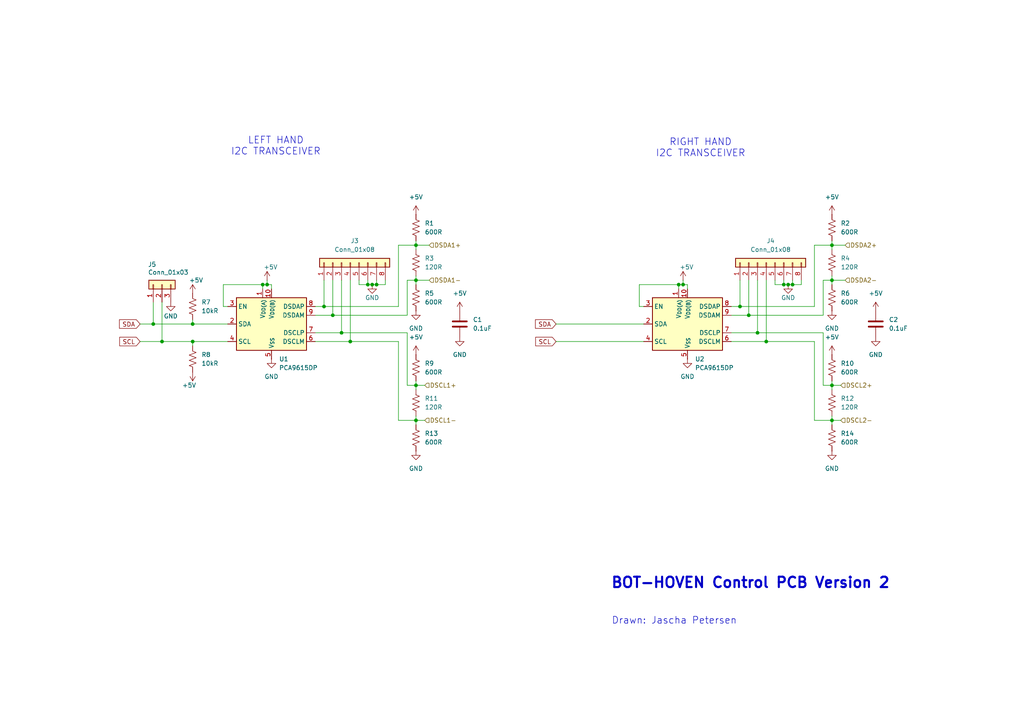
<source format=kicad_sch>
(kicad_sch (version 20231120) (generator "eeschema") (generator_version "8.0")
  (paper "A4")
  (lib_symbols
    (symbol "Connector_Generic:Conn_01x03" (pin_names (offset 1.016) hide)
      (property "Reference" "J" (at 0 5.08 0))
      (property "Value" "Conn_01x03" (at 0 -5.08 0))
      (symbol "Conn_01x03_1_1"
        (rectangle (start -1.27 -2.413) (end 0 -2.667) (stroke (width 0.1524)))
        (rectangle (start -1.27 0.127) (end 0 -0.127) (stroke (width 0.1524)))
        (rectangle (start -1.27 2.667) (end 0 2.413) (stroke (width 0.1524)))
        (rectangle (start -1.27 3.81) (end 1.27 -3.81) (stroke (width 0.254)) (fill (type background)))
        (pin passive line (at -5.08 2.54 0) (length 3.81) (name "Pin_1") (number "1"))
        (pin passive line (at -5.08 0 0) (length 3.81) (name "Pin_2") (number "2"))
        (pin passive line (at -5.08 -2.54 0) (length 3.81) (name "Pin_3") (number "3"))
      )
    )
    (symbol "Connector_Generic:Conn_01x08" (pin_names (offset 1.016) hide)
      (property "Reference" "J" (at 0 10.16 0))
      (property "Value" "Conn_01x08" (at 0 -12.7 0))
      (symbol "Conn_01x08_1_1"
        (rectangle (start -1.27 -10.033) (end 0 -10.287) (stroke (width 0.1524)))
        (rectangle (start -1.27 -7.493) (end 0 -7.747) (stroke (width 0.1524)))
        (rectangle (start -1.27 -4.953) (end 0 -5.207) (stroke (width 0.1524)))
        (rectangle (start -1.27 -2.413) (end 0 -2.667) (stroke (width 0.1524)))
        (rectangle (start -1.27 0.127) (end 0 -0.127) (stroke (width 0.1524)))
        (rectangle (start -1.27 2.667) (end 0 2.413) (stroke (width 0.1524)))
        (rectangle (start -1.27 5.207) (end 0 4.953) (stroke (width 0.1524)))
        (rectangle (start -1.27 7.747) (end 0 7.493) (stroke (width 0.1524)))
        (rectangle (start -1.27 8.89) (end 1.27 -11.43) (stroke (width 0.254)) (fill (type background)))
        (pin passive line (at -5.08 7.62 0) (length 3.81) (name "Pin_1") (number "1"))
        (pin passive line (at -5.08 5.08 0) (length 3.81) (name "Pin_2") (number "2"))
        (pin passive line (at -5.08 2.54 0) (length 3.81) (name "Pin_3") (number "3"))
        (pin passive line (at -5.08 0 0) (length 3.81) (name "Pin_4") (number "4"))
        (pin passive line (at -5.08 -2.54 0) (length 3.81) (name "Pin_5") (number "5"))
        (pin passive line (at -5.08 -5.08 0) (length 3.81) (name "Pin_6") (number "6"))
        (pin passive line (at -5.08 -7.62 0) (length 3.81) (name "Pin_7") (number "7"))
        (pin passive line (at -5.08 -10.16 0) (length 3.81) (name "Pin_8") (number "8"))
      )
    )
    (symbol "Device:C" (pin_numbers hide) (pin_names (offset 0.254))
      (property "Reference" "C" (at 0.635 2.54 0))
      (property "Value" "C" (at 0.635 -2.54 0))
      (symbol "C_0_1"
        (polyline (pts (xy -2.032 -0.762) (xy 2.032 -0.762)) (stroke (width 0.508)))
        (polyline (pts (xy -2.032 0.762) (xy 2.032 0.762)) (stroke (width 0.508)))
      )
      (symbol "C_1_1"
        (pin passive line (at 0 3.81 270) (length 2.794) (name "~") (number "1"))
        (pin passive line (at 0 -3.81 90) (length 2.794) (name "~") (number "2"))
      )
    )
    (symbol "Device:R_US" (pin_numbers hide) (pin_names (offset 0))
      (property "Reference" "R" (at 2.54 0 90))
      (property "Value" "R_US" (at -2.54 0 90))
      (symbol "R_US_0_1"
        (polyline (pts (xy 0 -2.286) (xy 0 -2.54)))
        (polyline (pts (xy 0 2.286) (xy 0 2.54)))
        (polyline (pts (xy 0 -0.762) (xy 1.016 -1.143) (xy 0 -1.524) (xy -1.016 -1.905) (xy 0 -2.286)))
        (polyline (pts (xy 0 0.762) (xy 1.016 0.381) (xy 0 0) (xy -1.016 -0.381) (xy 0 -0.762)))
        (polyline (pts (xy 0 2.286) (xy 1.016 1.905) (xy 0 1.524) (xy -1.016 1.143) (xy 0 0.762)))
      )
      (symbol "R_US_1_1"
        (pin passive line (at 0 3.81 270) (length 1.27) (name "~") (number "1"))
        (pin passive line (at 0 -3.81 90) (length 1.27) (name "~") (number "2"))
      )
    )
    (symbol "Interface:PCA9615DP"
      (property "Reference" "U" (at -10.16 8.89 0))
      (property "Value" "PCA9615DP" (at 1.27 8.89 0))
      (symbol "PCA9615DP_0_1"
        (rectangle (start -10.16 7.62) (end 10.16 -7.62) (stroke (width 0.254)) (fill (type background)))
      )
      (symbol "PCA9615DP_1_1"
        (pin power_in line (at -2.54 10.16 270) (length 2.54) (name "V_{DD(A)}") (number "1"))
        (pin power_in line (at 0 10.16 270) (length 2.54) (name "V_{DD(B)}") (number "10"))
        (pin bidirectional line (at -12.7 0 0) (length 2.54) (name "SDA") (number "2"))
        (pin input line (at -12.7 5.08 0) (length 2.54) (name "EN") (number "3"))
        (pin bidirectional line (at -12.7 -5.08 0) (length 2.54) (name "SCL") (number "4"))
        (pin power_in line (at 0 -10.16 90) (length 2.54) (name "V_{SS}") (number "5"))
        (pin bidirectional line (at 12.7 -5.08 180) (length 2.54) (name "DSCLM") (number "6"))
        (pin bidirectional line (at 12.7 -2.54 180) (length 2.54) (name "DSCLP") (number "7"))
        (pin bidirectional line (at 12.7 5.08 180) (length 2.54) (name "DSDAP") (number "8"))
        (pin bidirectional line (at 12.7 2.54 180) (length 2.54) (name "DSDAM") (number "9"))
      )
    )
    (symbol "power:+5V" (power) (pin_numbers hide) (pin_names (offset 0) hide)
      (property "Value" "+5V" (at 0 3.556 0))
      (symbol "+5V_0_1"
        (polyline (pts (xy -0.762 1.27) (xy 0 2.54)))
        (polyline (pts (xy 0 0) (xy 0 2.54)))
        (polyline (pts (xy 0 2.54) (xy 0.762 1.27)))
      )
      (symbol "+5V_1_1"
        (pin power_in line (at 0 0 90) (length 0) (name "~") (number "1"))
      )
    )
    (symbol "power:GND" (power) (pin_numbers hide) (pin_names (offset 0) hide)
      (property "Value" "GND" (at 0 -3.81 0))
      (symbol "GND_0_1"
        (polyline (pts (xy 0 0) (xy 0 -1.27) (xy 1.27 -1.27) (xy 0 -2.54) (xy -1.27 -1.27) (xy 0 -1.27)))
      )
      (symbol "GND_1_1"
        (pin power_in line (at 0 0 270) (length 0) (name "~") (number "1"))
      )
    )
  )
  (junction (at 120.65 121.92))
  (junction (at 120.65 81.28))
  (junction (at 55.88 93.98))
  (junction (at 227.33 82.55))
  (junction (at 106.68 82.55))
  (junction (at 120.65 111.76))
  (junction (at 222.25 99.06))
  (junction (at 241.3 111.76))
  (junction (at 217.17 91.44))
  (junction (at 77.47 82.55))
  (junction (at 120.65 71.12))
  (junction (at 44.45 93.98))
  (junction (at 107.95 82.55))
  (junction (at 109.22 82.55))
  (junction (at 196.85 82.55))
  (junction (at 93.98 88.9))
  (junction (at 99.06 96.52))
  (junction (at 46.99 99.06))
  (junction (at 228.6 82.55))
  (junction (at 241.3 71.12))
  (junction (at 101.6 99.06))
  (junction (at 76.2 82.55))
  (junction (at 214.63 88.9))
  (junction (at 198.12 82.55))
  (junction (at 241.3 81.28))
  (junction (at 241.3 121.92))
  (junction (at 55.88 99.06))
  (junction (at 96.52 91.44))
  (junction (at 229.87 82.55))
  (junction (at 219.71 96.52))
  (wire (pts (xy 243.84 111.76) (xy 241.3 111.76)))
  (wire (pts (xy 118.11 81.28) (xy 120.65 81.28)))
  (wire (pts (xy 91.44 99.06) (xy 101.6 99.06)))
  (wire (pts (xy 161.29 99.06) (xy 186.69 99.06)))
  (wire (pts (xy 111.76 81.28) (xy 111.76 82.55)))
  (wire (pts (xy 123.19 111.76) (xy 120.65 111.76)))
  (wire (pts (xy 120.65 110.49) (xy 120.65 111.76)))
  (wire (pts (xy 236.22 88.9) (xy 236.22 71.12)))
  (wire (pts (xy 229.87 82.55) (xy 232.41 82.55)))
  (wire (pts (xy 40.64 99.06) (xy 46.99 99.06)))
  (wire (pts (xy 78.74 82.55) (xy 78.74 83.82)))
  (wire (pts (xy 222.25 81.28) (xy 222.25 99.06)))
  (wire (pts (xy 241.3 81.28) (xy 241.3 82.55)))
  (wire (pts (xy 214.63 81.28) (xy 214.63 88.9)))
  (wire (pts (xy 123.19 121.92) (xy 120.65 121.92)))
  (wire (pts (xy 93.98 88.9) (xy 115.57 88.9)))
  (wire (pts (xy 196.85 83.82) (xy 196.85 82.55)))
  (wire (pts (xy 238.76 91.44) (xy 238.76 81.28)))
  (wire (pts (xy 107.95 82.55) (xy 109.22 82.55)))
  (wire (pts (xy 120.65 111.76) (xy 120.65 113.03)))
  (wire (pts (xy 228.6 82.55) (xy 227.33 82.55)))
  (wire (pts (xy 241.3 71.12) (xy 245.11 71.12)))
  (wire (pts (xy 101.6 81.28) (xy 101.6 99.06)))
  (wire (pts (xy 91.44 88.9) (xy 93.98 88.9)))
  (wire (pts (xy 115.57 71.12) (xy 120.65 71.12)))
  (wire (pts (xy 120.65 81.28) (xy 120.65 82.55)))
  (wire (pts (xy 161.29 93.98) (xy 186.69 93.98)))
  (wire (pts (xy 44.45 87.63) (xy 44.45 93.98)))
  (wire (pts (xy 99.06 96.52) (xy 118.11 96.52)))
  (wire (pts (xy 219.71 81.28) (xy 219.71 96.52)))
  (wire (pts (xy 93.98 81.28) (xy 93.98 88.9)))
  (wire (pts (xy 44.45 93.98) (xy 55.88 93.98)))
  (wire (pts (xy 227.33 82.55) (xy 224.79 82.55)))
  (wire (pts (xy 186.69 88.9) (xy 185.42 88.9)))
  (wire (pts (xy 236.22 99.06) (xy 236.22 121.92)))
  (wire (pts (xy 64.77 88.9) (xy 64.77 82.55)))
  (wire (pts (xy 120.65 69.85) (xy 120.65 71.12)))
  (wire (pts (xy 115.57 88.9) (xy 115.57 71.12)))
  (wire (pts (xy 46.99 87.63) (xy 46.99 99.06)))
  (wire (pts (xy 217.17 91.44) (xy 238.76 91.44)))
  (wire (pts (xy 198.12 82.55) (xy 199.39 82.55)))
  (wire (pts (xy 96.52 81.28) (xy 96.52 91.44)))
  (wire (pts (xy 115.57 99.06) (xy 115.57 121.92)))
  (wire (pts (xy 118.11 96.52) (xy 118.11 111.76)))
  (wire (pts (xy 219.71 96.52) (xy 238.76 96.52)))
  (wire (pts (xy 241.3 111.76) (xy 241.3 113.03)))
  (wire (pts (xy 77.47 82.55) (xy 78.74 82.55)))
  (wire (pts (xy 76.2 83.82) (xy 76.2 82.55)))
  (wire (pts (xy 55.88 99.06) (xy 55.88 100.33)))
  (wire (pts (xy 196.85 82.55) (xy 198.12 82.55)))
  (wire (pts (xy 55.88 93.98) (xy 66.04 93.98)))
  (wire (pts (xy 217.17 81.28) (xy 217.17 91.44)))
  (wire (pts (xy 40.64 93.98) (xy 44.45 93.98)))
  (wire (pts (xy 106.68 82.55) (xy 104.14 82.55)))
  (wire (pts (xy 212.09 96.52) (xy 219.71 96.52)))
  (wire (pts (xy 55.88 92.71) (xy 55.88 93.98)))
  (wire (pts (xy 66.04 88.9) (xy 64.77 88.9)))
  (wire (pts (xy 118.11 91.44) (xy 118.11 81.28)))
  (wire (pts (xy 241.3 81.28) (xy 245.11 81.28)))
  (wire (pts (xy 236.22 71.12) (xy 241.3 71.12)))
  (wire (pts (xy 120.65 80.01) (xy 120.65 81.28)))
  (wire (pts (xy 224.79 81.28) (xy 224.79 82.55)))
  (wire (pts (xy 118.11 111.76) (xy 120.65 111.76)))
  (wire (pts (xy 241.3 71.12) (xy 241.3 72.39)))
  (wire (pts (xy 115.57 121.92) (xy 120.65 121.92)))
  (wire (pts (xy 96.52 91.44) (xy 118.11 91.44)))
  (wire (pts (xy 185.42 82.55) (xy 196.85 82.55)))
  (wire (pts (xy 91.44 91.44) (xy 96.52 91.44)))
  (wire (pts (xy 238.76 96.52) (xy 238.76 111.76)))
  (wire (pts (xy 46.99 99.06) (xy 55.88 99.06)))
  (wire (pts (xy 243.84 121.92) (xy 241.3 121.92)))
  (wire (pts (xy 198.12 81.28) (xy 198.12 82.55)))
  (wire (pts (xy 241.3 120.65) (xy 241.3 121.92)))
  (wire (pts (xy 107.95 82.55) (xy 106.68 82.55)))
  (wire (pts (xy 120.65 81.28) (xy 124.46 81.28)))
  (wire (pts (xy 185.42 88.9) (xy 185.42 82.55)))
  (wire (pts (xy 227.33 81.28) (xy 227.33 82.55)))
  (wire (pts (xy 212.09 99.06) (xy 222.25 99.06)))
  (wire (pts (xy 212.09 88.9) (xy 214.63 88.9)))
  (wire (pts (xy 241.3 80.01) (xy 241.3 81.28)))
  (wire (pts (xy 120.65 71.12) (xy 124.46 71.12)))
  (wire (pts (xy 120.65 120.65) (xy 120.65 121.92)))
  (wire (pts (xy 238.76 81.28) (xy 241.3 81.28)))
  (wire (pts (xy 199.39 82.55) (xy 199.39 83.82)))
  (wire (pts (xy 232.41 81.28) (xy 232.41 82.55)))
  (wire (pts (xy 104.14 81.28) (xy 104.14 82.55)))
  (wire (pts (xy 236.22 121.92) (xy 241.3 121.92)))
  (wire (pts (xy 120.65 71.12) (xy 120.65 72.39)))
  (wire (pts (xy 222.25 99.06) (xy 236.22 99.06)))
  (wire (pts (xy 241.3 121.92) (xy 241.3 123.19)))
  (wire (pts (xy 99.06 81.28) (xy 99.06 96.52)))
  (wire (pts (xy 241.3 69.85) (xy 241.3 71.12)))
  (wire (pts (xy 55.88 99.06) (xy 66.04 99.06)))
  (wire (pts (xy 212.09 91.44) (xy 217.17 91.44)))
  (wire (pts (xy 106.68 81.28) (xy 106.68 82.55)))
  (wire (pts (xy 109.22 82.55) (xy 111.76 82.55)))
  (wire (pts (xy 241.3 110.49) (xy 241.3 111.76)))
  (wire (pts (xy 109.22 81.28) (xy 109.22 82.55)))
  (wire (pts (xy 64.77 82.55) (xy 76.2 82.55)))
  (wire (pts (xy 91.44 96.52) (xy 99.06 96.52)))
  (wire (pts (xy 77.47 81.28) (xy 77.47 82.55)))
  (wire (pts (xy 228.6 82.55) (xy 229.87 82.55)))
  (wire (pts (xy 101.6 99.06) (xy 115.57 99.06)))
  (wire (pts (xy 214.63 88.9) (xy 236.22 88.9)))
  (wire (pts (xy 120.65 121.92) (xy 120.65 123.19)))
  (wire (pts (xy 229.87 81.28) (xy 229.87 82.55)))
  (wire (pts (xy 76.2 82.55) (xy 77.47 82.55)))
  (wire (pts (xy 238.76 111.76) (xy 241.3 111.76)))
  (text "BOT-HOVEN Control PCB Version 2\n" (at 217.678 169.164 0) (effects (font (size 3 3) (thickness 0.6) (bold yes))))
  (text "RIGHT HAND\nI2C TRANSCEIVER\n" (at 203.2 42.926 0) (effects (font (size 2 2))))
  (text "LEFT HAND\nI2C TRANSCEIVER\n" (at 80.01 42.418 0) (effects (font (size 2 2))))
  (text "Drawn: Jascha Petersen" (at 195.58 180.086 0) (effects (font (size 2 2))))
  (global_label "SCL" (shape input) (at 40.64 99.06 180) (property "Intersheetrefs" "${INTERSHEET_REFS}" (effects (hide yes))))
  (global_label "SDA" (shape input) (at 40.64 93.98 180) (property "Intersheetrefs" "${INTERSHEET_REFS}" (effects (hide yes))))
  (global_label "SCL" (shape input) (at 161.29 99.06 180) (property "Intersheetrefs" "${INTERSHEET_REFS}" (effects (hide yes))))
  (global_label "SDA" (shape input) (at 161.29 93.98 180) (property "Intersheetrefs" "${INTERSHEET_REFS}" (effects (hide yes))))
  (hierarchical_label "DSCL1+" (shape input) (at 123.19 111.76 0))
  (hierarchical_label "DSCL2-" (shape input) (at 243.84 121.92 0))
  (hierarchical_label "DSCL1-" (shape input) (at 123.19 121.92 0))
  (hierarchical_label "DSDA1-" (shape input) (at 124.46 81.28 0))
  (hierarchical_label "DSCL2+" (shape input) (at 243.84 111.76 0))
  (hierarchical_label "DSDA2-" (shape input) (at 245.11 81.28 0))
  (hierarchical_label "DSDA2+" (shape input) (at 245.11 71.12 0))
  (hierarchical_label "DSDA1+" (shape input) (at 124.46 71.12 0))
  (symbol (lib_id "power:GND") (at 120.65 130.81 0) (unit 1)
    (property "Reference" "#PWR020" (effects (hide yes)))
    (property "Value" "GND" (at 120.65 135.89 0))
    (property "Description" "Power symbol creates a global label with name \"GND\" , ground" (effects (hide yes)))
  )
  (symbol (lib_id "Interface:PCA9615DP") (at 78.74 93.98 0) (unit 1)
    (property "Reference" "U1" (at 80.9341 104.14 0) (effects (justify left)))
    (property "Value" "PCA9615DP" (at 80.9341 106.68 0) (effects (justify left)))
    (property "Footprint" "Package_SO:TSSOP-10_3x3mm_P0.5mm" (effects (hide yes)))
    (property "Datasheet" "https://www.nxp.com/docs/en/data-sheet/PCA9615.pdf" (effects (hide yes)))
    (property "Description" "Dual bidirectional hot-swap multipoint bus buffer, SO-8" (effects (hide yes)))
    (property "Digikey" "https://www.digikey.ca/en/products/detail/nxp-usa-inc/PCA9615DPZ/14635231" (effects (hide yes)))
  )
  (symbol (lib_id "Interface:PCA9615DP") (at 199.39 93.98 0) (unit 1)
    (property "Reference" "U2" (at 201.5841 104.14 0) (effects (justify left)))
    (property "Value" "PCA9615DP" (at 201.5841 106.68 0) (effects (justify left)))
    (property "Footprint" "Package_SO:TSSOP-10_3x3mm_P0.5mm" (effects (hide yes)))
    (property "Datasheet" "https://www.nxp.com/docs/en/data-sheet/PCA9615.pdf" (effects (hide yes)))
    (property "Description" "Dual bidirectional hot-swap multipoint bus buffer, SO-8" (effects (hide yes)))
    (property "Digikey" "https://www.digikey.ca/en/products/detail/nxp-usa-inc/PCA9615DPZ/14635231" (effects (hide yes)))
  )
  (symbol (lib_id "Device:R_US") (at 120.65 127 0) (unit 1)
    (property "Reference" "R13" (at 123.19 125.7299 0) (effects (justify left)))
    (property "Value" "600R" (at 123.19 128.2699 0) (effects (justify left)))
    (property "Footprint" "Resistor_THT:R_Axial_DIN0207_L6.3mm_D2.5mm_P10.16mm_Horizontal" (effects (hide yes)))
    (property "Description" "Resistor, US symbol" (effects (hide yes)))
  )
  (symbol (lib_id "Device:C") (at 133.35 93.98 0) (unit 1)
    (property "Reference" "C1" (at 137.16 92.7099 0) (effects (justify left)))
    (property "Value" "0.1uF" (at 137.16 95.2499 0) (effects (justify left)))
    (property "Footprint" "Capacitor_THT:C_Rect_L4.6mm_W2.0mm_P2.50mm_MKS02_FKP02" (effects (hide yes)))
    (property "Description" "Unpolarized capacitor" (effects (hide yes)))
    (property "Digikey" "https://www.digikey.ca/en/products/detail/vishay-beyschlag-draloric-bc-components/K104K10X7RF5UH5/2356754" (effects (hide yes)))
  )
  (symbol (lib_id "Device:R_US") (at 120.65 86.36 0) (unit 1)
    (property "Reference" "R5" (at 123.19 85.0899 0) (effects (justify left)))
    (property "Value" "600R" (at 123.19 87.6299 0) (effects (justify left)))
    (property "Footprint" "Resistor_THT:R_Axial_DIN0207_L6.3mm_D2.5mm_P10.16mm_Horizontal" (effects (hide yes)))
    (property "Description" "Resistor, US symbol" (effects (hide yes)))
  )
  (symbol (lib_id "Device:R_US") (at 241.3 86.36 0) (unit 1)
    (property "Reference" "R6" (at 243.84 85.0899 0) (effects (justify left)))
    (property "Value" "600R" (at 243.84 87.6299 0) (effects (justify left)))
    (property "Footprint" "Resistor_THT:R_Axial_DIN0207_L6.3mm_D2.5mm_P10.16mm_Horizontal" (effects (hide yes)))
    (property "Description" "Resistor, US symbol" (effects (hide yes)))
  )
  (symbol (lib_id "power:GND") (at 78.74 104.14 0) (unit 1)
    (property "Reference" "#PWR017" (effects (hide yes)))
    (property "Value" "GND" (at 78.74 109.22 0))
    (property "Description" "Power symbol creates a global label with name \"GND\" , ground" (effects (hide yes)))
  )
  (symbol (lib_id "power:+5V") (at 120.65 62.23 0) (unit 1)
    (property "Reference" "#PWR01" (effects (hide yes)))
    (property "Value" "+5V" (at 120.65 57.15 0))
    (property "Description" "Power symbol creates a global label with name \"+5V\"" (effects (hide yes)))
  )
  (symbol (lib_id "power:+5V") (at 55.88 85.09 0) (unit 1)
    (property "Reference" "#PWR07" (effects (hide yes)))
    (property "Value" "+5V" (at 56.896 81.28 0))
    (property "Description" "Power symbol creates a global label with name \"+5V\"" (effects (hide yes)))
  )
  (symbol (lib_id "power:+5V") (at 120.65 102.87 0) (unit 1)
    (property "Reference" "#PWR015" (effects (hide yes)))
    (property "Value" "+5V" (at 120.65 97.79 0))
    (property "Description" "Power symbol creates a global label with name \"+5V\"" (effects (hide yes)))
  )
  (symbol (lib_id "power:+5V") (at 55.88 107.95 180) (unit 1)
    (property "Reference" "#PWR019" (effects (hide yes)))
    (property "Value" "+5V" (at 54.864 111.76 0))
    (property "Description" "Power symbol creates a global label with name \"+5V\"" (effects (hide yes)))
  )
  (symbol (lib_id "Device:R_US") (at 241.3 66.04 0) (unit 1)
    (property "Reference" "R2" (at 243.84 64.7699 0) (effects (justify left)))
    (property "Value" "600R" (at 243.84 67.3099 0) (effects (justify left)))
    (property "Footprint" "Resistor_THT:R_Axial_DIN0207_L6.3mm_D2.5mm_P10.16mm_Horizontal" (effects (hide yes)))
    (property "Description" "Resistor, US symbol" (effects (hide yes)))
  )
  (symbol (lib_id "power:GND") (at 49.53 87.63 0) (unit 1)
    (property "Reference" "#PWR08" (effects (hide yes)))
    (property "Value" "GND" (at 49.53 91.694 0))
    (property "Description" "Power symbol creates a global label with name \"GND\" , ground" (effects (hide yes)))
  )
  (symbol (lib_id "power:+5V") (at 241.3 62.23 0) (unit 1)
    (property "Reference" "#PWR02" (effects (hide yes)))
    (property "Value" "+5V" (at 241.3 57.15 0))
    (property "Description" "Power symbol creates a global label with name \"+5V\"" (effects (hide yes)))
  )
  (symbol (lib_id "Connector_Generic:Conn_01x08") (at 222.25 76.2 90) (unit 1)
    (property "Reference" "J4" (at 223.52 69.85 90))
    (property "Value" "Conn_01x08" (at 223.52 72.39 90))
    (property "Footprint" "Connector_PinHeader_2.54mm:PinHeader_1x08_P2.54mm_Vertical" (effects (hide yes)))
    (property "Description" "Generic connector, single row, 01x08, script generated (kicad-library-utils/schlib/autogen/connector/)" (effects (hide yes)))
  )
  (symbol (lib_id "power:GND") (at 228.6 82.55 0) (unit 1)
    (property "Reference" "#PWR06" (effects (hide yes)))
    (property "Value" "GND" (at 228.6 86.36 0))
    (property "Description" "Power symbol creates a global label with name \"GND\" , ground" (effects (hide yes)))
  )
  (symbol (lib_id "power:GND") (at 241.3 90.17 0) (unit 1)
    (property "Reference" "#PWR011" (effects (hide yes)))
    (property "Value" "GND" (at 241.3 95.25 0))
    (property "Description" "Power symbol creates a global label with name \"GND\" , ground" (effects (hide yes)))
  )
  (symbol (lib_id "Device:R_US") (at 120.65 106.68 0) (unit 1)
    (property "Reference" "R9" (at 123.19 105.4099 0) (effects (justify left)))
    (property "Value" "600R" (at 123.19 107.9499 0) (effects (justify left)))
    (property "Footprint" "Resistor_THT:R_Axial_DIN0207_L6.3mm_D2.5mm_P10.16mm_Horizontal" (effects (hide yes)))
    (property "Description" "Resistor, US symbol" (effects (hide yes)))
  )
  (symbol (lib_id "power:GND") (at 199.39 104.14 0) (unit 1)
    (property "Reference" "#PWR018" (effects (hide yes)))
    (property "Value" "GND" (at 199.39 109.22 0))
    (property "Description" "Power symbol creates a global label with name \"GND\" , ground" (effects (hide yes)))
  )
  (symbol (lib_id "power:+5V") (at 241.3 102.87 0) (unit 1)
    (property "Reference" "#PWR016" (effects (hide yes)))
    (property "Value" "+5V" (at 241.3 97.79 0))
    (property "Description" "Power symbol creates a global label with name \"+5V\"" (effects (hide yes)))
  )
  (symbol (lib_id "Device:R_US") (at 120.65 76.2 0) (unit 1)
    (property "Reference" "R3" (at 123.19 74.9299 0) (effects (justify left)))
    (property "Value" "120R" (at 123.19 77.4699 0) (effects (justify left)))
    (property "Footprint" "Resistor_THT:R_Axial_DIN0207_L6.3mm_D2.5mm_P10.16mm_Horizontal" (effects (hide yes)))
    (property "Description" "Resistor, US symbol" (effects (hide yes)))
  )
  (symbol (lib_id "power:+5V") (at 254 90.17 0) (unit 1)
    (property "Reference" "#PWR012" (effects (hide yes)))
    (property "Value" "+5V" (at 254 85.09 0))
    (property "Description" "Power symbol creates a global label with name \"+5V\"" (effects (hide yes)))
  )
  (symbol (lib_id "Device:R_US") (at 120.65 116.84 0) (unit 1)
    (property "Reference" "R11" (at 123.19 115.5699 0) (effects (justify left)))
    (property "Value" "120R" (at 123.19 118.1099 0) (effects (justify left)))
    (property "Footprint" "Resistor_THT:R_Axial_DIN0207_L6.3mm_D2.5mm_P10.16mm_Horizontal" (effects (hide yes)))
    (property "Description" "Resistor, US symbol" (effects (hide yes)))
  )
  (symbol (lib_id "Connector_Generic:Conn_01x03") (at 46.99 82.55 90) (unit 1)
    (property "Reference" "J5" (at 42.926 76.708 90) (effects (justify right)))
    (property "Value" "Conn_01x03" (at 42.926 78.994 90) (effects (justify right)))
    (property "Footprint" "Connector_PinHeader_2.54mm:PinHeader_1x03_P2.54mm_Vertical" (effects (hide yes)))
    (property "Description" "Generic connector, single row, 01x03, script generated (kicad-library-utils/schlib/autogen/connector/)" (effects (hide yes)))
  )
  (symbol (lib_id "Device:R_US") (at 241.3 127 0) (unit 1)
    (property "Reference" "R14" (at 243.84 125.7299 0) (effects (justify left)))
    (property "Value" "600R" (at 243.84 128.2699 0) (effects (justify left)))
    (property "Footprint" "Resistor_THT:R_Axial_DIN0207_L6.3mm_D2.5mm_P10.16mm_Horizontal" (effects (hide yes)))
    (property "Description" "Resistor, US symbol" (effects (hide yes)))
  )
  (symbol (lib_id "Device:R_US") (at 241.3 76.2 0) (unit 1)
    (property "Reference" "R4" (at 243.84 74.9299 0) (effects (justify left)))
    (property "Value" "120R" (at 243.84 77.4699 0) (effects (justify left)))
    (property "Footprint" "Resistor_THT:R_Axial_DIN0207_L6.3mm_D2.5mm_P10.16mm_Horizontal" (effects (hide yes)))
    (property "Description" "Resistor, US symbol" (effects (hide yes)))
  )
  (symbol (lib_id "power:+5V") (at 198.12 81.28 0) (unit 1)
    (property "Reference" "#PWR04" (effects (hide yes)))
    (property "Value" "+5V" (at 199.136 77.47 0))
    (property "Description" "Power symbol creates a global label with name \"+5V\"" (effects (hide yes)))
  )
  (symbol (lib_id "power:GND") (at 133.35 97.79 0) (unit 1)
    (property "Reference" "#PWR013" (effects (hide yes)))
    (property "Value" "GND" (at 133.35 102.87 0))
    (property "Description" "Power symbol creates a global label with name \"GND\" , ground" (effects (hide yes)))
  )
  (symbol (lib_id "Device:R_US") (at 241.3 116.84 0) (unit 1)
    (property "Reference" "R12" (at 243.84 115.5699 0) (effects (justify left)))
    (property "Value" "120R" (at 243.84 118.1099 0) (effects (justify left)))
    (property "Footprint" "Resistor_THT:R_Axial_DIN0207_L6.3mm_D2.5mm_P10.16mm_Horizontal" (effects (hide yes)))
    (property "Description" "Resistor, US symbol" (effects (hide yes)))
  )
  (symbol (lib_id "Device:C") (at 254 93.98 0) (unit 1)
    (property "Reference" "C2" (at 257.81 92.7099 0) (effects (justify left)))
    (property "Value" "0.1uF" (at 257.81 95.2499 0) (effects (justify left)))
    (property "Footprint" "Capacitor_THT:C_Rect_L4.6mm_W2.0mm_P2.50mm_MKS02_FKP02" (effects (hide yes)))
    (property "Description" "Unpolarized capacitor" (effects (hide yes)))
    (property "Digikey" "https://www.digikey.ca/en/products/detail/vishay-beyschlag-draloric-bc-components/K104K10X7RF5UH5/2356754" (effects (hide yes)))
  )
  (symbol (lib_id "Connector_Generic:Conn_01x08") (at 101.6 76.2 90) (unit 1)
    (property "Reference" "J3" (at 102.87 69.85 90))
    (property "Value" "Conn_01x08" (at 102.87 72.39 90))
    (property "Footprint" "Connector_PinHeader_2.54mm:PinHeader_1x08_P2.54mm_Vertical" (effects (hide yes)))
    (property "Description" "Generic connector, single row, 01x08, script generated (kicad-library-utils/schlib/autogen/connector/)" (effects (hide yes)))
  )
  (symbol (lib_id "power:GND") (at 107.95 82.55 0) (unit 1)
    (property "Reference" "#PWR05" (effects (hide yes)))
    (property "Value" "GND" (at 107.95 86.36 0))
    (property "Description" "Power symbol creates a global label with name \"GND\" , ground" (effects (hide yes)))
  )
  (symbol (lib_id "power:+5V") (at 133.35 90.17 0) (unit 1)
    (property "Reference" "#PWR010" (effects (hide yes)))
    (property "Value" "+5V" (at 133.35 85.09 0))
    (property "Description" "Power symbol creates a global label with name \"+5V\"" (effects (hide yes)))
  )
  (symbol (lib_id "Device:R_US") (at 241.3 106.68 0) (unit 1)
    (property "Reference" "R10" (at 243.84 105.4099 0) (effects (justify left)))
    (property "Value" "600R" (at 243.84 107.9499 0) (effects (justify left)))
    (property "Footprint" "Resistor_THT:R_Axial_DIN0207_L6.3mm_D2.5mm_P10.16mm_Horizontal" (effects (hide yes)))
    (property "Description" "Resistor, US symbol" (effects (hide yes)))
  )
  (symbol (lib_id "power:GND") (at 241.3 130.81 0) (unit 1)
    (property "Reference" "#PWR021" (effects (hide yes)))
    (property "Value" "GND" (at 241.3 135.89 0))
    (property "Description" "Power symbol creates a global label with name \"GND\" , ground" (effects (hide yes)))
  )
  (symbol (lib_id "power:+5V") (at 77.47 81.28 0) (unit 1)
    (property "Reference" "#PWR03" (effects (hide yes)))
    (property "Value" "+5V" (at 78.486 77.47 0))
    (property "Description" "Power symbol creates a global label with name \"+5V\"" (effects (hide yes)))
  )
  (symbol (lib_id "Device:R_US") (at 55.88 88.9 0) (unit 1)
    (property "Reference" "R7" (at 58.42 87.6299 0) (effects (justify left)))
    (property "Value" "10kR" (at 58.42 90.1699 0) (effects (justify left)))
    (property "Footprint" "Resistor_THT:R_Axial_DIN0207_L6.3mm_D2.5mm_P10.16mm_Horizontal" (effects (hide yes)))
    (property "Description" "Resistor, US symbol" (effects (hide yes)))
  )
  (symbol (lib_id "power:GND") (at 254 97.79 0) (unit 1)
    (property "Reference" "#PWR014" (effects (hide yes)))
    (property "Value" "GND" (at 254 102.87 0))
    (property "Description" "Power symbol creates a global label with name \"GND\" , ground" (effects (hide yes)))
  )
  (symbol (lib_id "Device:R_US") (at 120.65 66.04 0) (unit 1)
    (property "Reference" "R1" (at 123.19 64.7699 0) (effects (justify left)))
    (property "Value" "600R" (at 123.19 67.3099 0) (effects (justify left)))
    (property "Footprint" "Resistor_THT:R_Axial_DIN0207_L6.3mm_D2.5mm_P10.16mm_Horizontal" (effects (hide yes)))
    (property "Description" "Resistor, US symbol" (effects (hide yes)))
  )
  (symbol (lib_id "Device:R_US") (at 55.88 104.14 0) (unit 1)
    (property "Reference" "R8" (at 58.42 102.8699 0) (effects (justify left)))
    (property "Value" "10kR" (at 58.42 105.4099 0) (effects (justify left)))
    (property "Footprint" "Resistor_THT:R_Axial_DIN0207_L6.3mm_D2.5mm_P10.16mm_Horizontal" (effects (hide yes)))
    (property "Description" "Resistor, US symbol" (effects (hide yes)))
  )
  (symbol (lib_id "power:GND") (at 120.65 90.17 0) (unit 1)
    (property "Reference" "#PWR09" (effects (hide yes)))
    (property "Value" "GND" (at 120.65 95.25 0))
    (property "Description" "Power symbol creates a global label with name \"GND\" , ground" (effects (hide yes)))
  )
)
</source>
